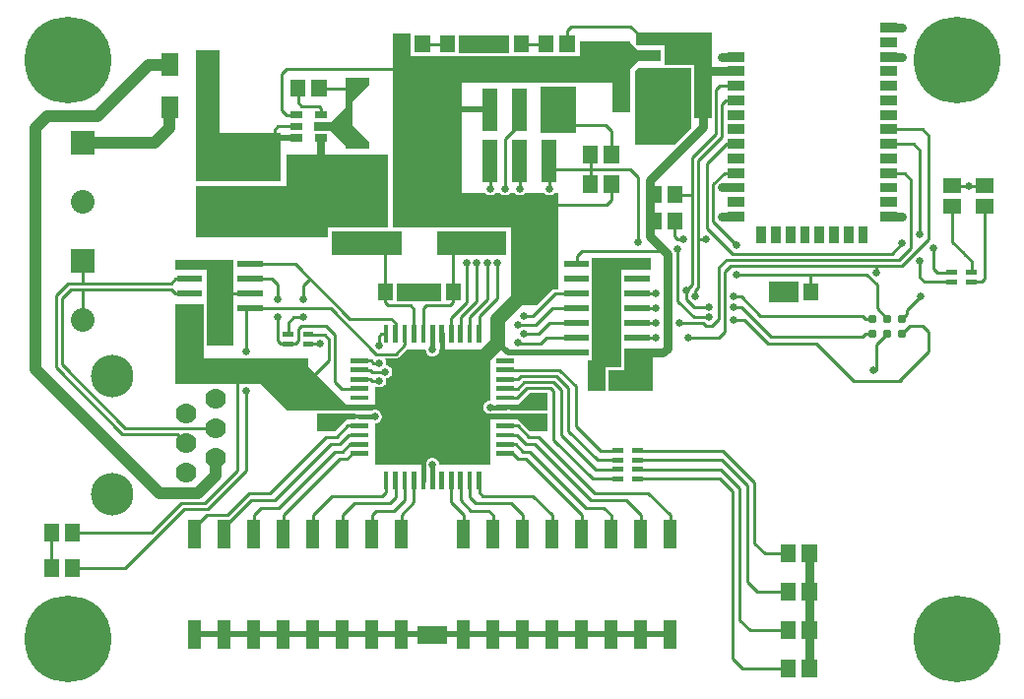
<source format=gbr>
G04 start of page 2 for group 0 idx 0 *
G04 Title: (unknown), top *
G04 Creator: pcb 20140316 *
G04 CreationDate: Sun 13 Sep 2020 06:15:44 PM GMT UTC *
G04 For: railfan *
G04 Format: Gerber/RS-274X *
G04 PCB-Dimensions (mil): 3350.00 2300.00 *
G04 PCB-Coordinate-Origin: lower left *
%MOIN*%
%FSLAX25Y25*%
%LNTOP*%
%ADD44C,0.0480*%
%ADD43C,0.1280*%
%ADD42C,0.1285*%
%ADD41C,0.0390*%
%ADD40C,0.0935*%
%ADD39C,0.0120*%
%ADD38C,0.0260*%
%ADD37R,0.0240X0.0240*%
%ADD36R,0.0550X0.0550*%
%ADD35C,0.0310*%
%ADD34R,0.0330X0.0330*%
%ADD33R,0.0230X0.0230*%
%ADD32R,0.0500X0.0500*%
%ADD31R,0.0945X0.0945*%
%ADD30R,0.0378X0.0378*%
%ADD29R,0.0787X0.0787*%
%ADD28R,0.0157X0.0157*%
%ADD27R,0.0440X0.0440*%
%ADD26R,0.0630X0.0630*%
%ADD25R,0.0167X0.0167*%
%ADD24R,0.0512X0.0512*%
%ADD23R,0.0200X0.0200*%
%ADD22C,0.0800*%
%ADD21C,0.0700*%
%ADD20C,0.1440*%
%ADD19C,0.2937*%
%ADD18C,0.0250*%
%ADD17C,0.0400*%
%ADD16C,0.0500*%
%ADD15C,0.0300*%
%ADD14C,0.0200*%
%ADD13C,0.0100*%
%ADD12C,0.0150*%
%ADD11C,0.0001*%
G54D11*G36*
X131621Y115000D02*X138193D01*
X138221Y114639D01*
X138306Y114287D01*
X138444Y113953D01*
X138634Y113644D01*
X138869Y113369D01*
X139144Y113134D01*
X139453Y112944D01*
X139787Y112806D01*
X140139Y112721D01*
X140500Y112693D01*
X140861Y112721D01*
X141213Y112806D01*
X141547Y112944D01*
X141856Y113134D01*
X142131Y113369D01*
X142366Y113644D01*
X142556Y113953D01*
X142694Y114287D01*
X142779Y114639D01*
X142800Y115000D01*
X160000D01*
Y97807D01*
X159639Y97779D01*
X159287Y97694D01*
X158953Y97556D01*
X158644Y97366D01*
X158369Y97131D01*
X158134Y96856D01*
X157944Y96547D01*
X157806Y96213D01*
X157721Y95861D01*
X157693Y95500D01*
X157721Y95139D01*
X157806Y94787D01*
X157944Y94453D01*
X158134Y94144D01*
X158369Y93869D01*
X158644Y93634D01*
X158953Y93444D01*
X159287Y93306D01*
X159639Y93221D01*
X160000Y93193D01*
Y76000D01*
X142800D01*
X142779Y76361D01*
X142694Y76713D01*
X142556Y77047D01*
X142366Y77356D01*
X142131Y77631D01*
X141856Y77866D01*
X141547Y78056D01*
X141213Y78194D01*
X140861Y78279D01*
X140500Y78307D01*
X140139Y78279D01*
X139787Y78194D01*
X139453Y78056D01*
X139144Y77866D01*
X138869Y77631D01*
X138634Y77356D01*
X138444Y77047D01*
X138306Y76713D01*
X138221Y76361D01*
X138193Y76000D01*
X121000D01*
Y90044D01*
X121361Y90072D01*
X121713Y90157D01*
X122047Y90296D01*
X122356Y90485D01*
X122631Y90720D01*
X122866Y90995D01*
X123056Y91304D01*
X123194Y91638D01*
X123279Y91990D01*
X123300Y92351D01*
X123279Y92712D01*
X123194Y93064D01*
X123056Y93399D01*
X122866Y93707D01*
X122631Y93983D01*
X122356Y94218D01*
X122047Y94407D01*
X121713Y94545D01*
X121361Y94630D01*
X121000Y94658D01*
Y102756D01*
X121144Y102634D01*
X121453Y102444D01*
X121787Y102306D01*
X122139Y102221D01*
X122500Y102193D01*
X122861Y102221D01*
X123213Y102306D01*
X123547Y102444D01*
X123856Y102634D01*
X124131Y102869D01*
X124366Y103144D01*
X124556Y103453D01*
X124694Y103787D01*
X124779Y104139D01*
X124800Y104500D01*
X124779Y104861D01*
X124695Y105208D01*
X124861Y105221D01*
X125213Y105306D01*
X125547Y105444D01*
X125856Y105634D01*
X126131Y105869D01*
X126366Y106144D01*
X126556Y106453D01*
X126694Y106787D01*
X126779Y107139D01*
X126800Y107500D01*
X126779Y107861D01*
X126694Y108213D01*
X126556Y108547D01*
X126366Y108856D01*
X126131Y109131D01*
X125856Y109366D01*
X125547Y109556D01*
X125213Y109694D01*
X124861Y109779D01*
X124695Y109792D01*
X124779Y110139D01*
X124800Y110500D01*
X124779Y110861D01*
X124694Y111213D01*
X124556Y111547D01*
X124366Y111856D01*
X124244Y112000D01*
X127941D01*
X128000Y111995D01*
X128235Y112014D01*
X128235Y112014D01*
X128465Y112069D01*
X128683Y112159D01*
X128884Y112283D01*
X129064Y112436D01*
X129102Y112481D01*
X131621Y115000D01*
G37*
G36*
X101500Y100500D02*X107500D01*
X111500Y96500D01*
X124500D01*
Y94500D01*
X121822D01*
X121713Y94545D01*
X121361Y94630D01*
X121000Y94658D01*
X120639Y94630D01*
X120287Y94545D01*
X120178Y94500D01*
X101500D01*
Y100500D01*
G37*
G36*
Y87500D02*Y93500D01*
X114495D01*
X114395Y93383D01*
X114251Y93148D01*
X114145Y92894D01*
X114081Y92626D01*
X114060Y92351D01*
X114081Y92077D01*
X114145Y91809D01*
X114251Y91554D01*
X114284Y91500D01*
X111500D01*
X107500Y87500D01*
X101500D01*
G37*
G36*
X179500D02*X173500D01*
X169500Y91500D01*
X156500D01*
Y93500D01*
X158862D01*
X158953Y93444D01*
X159287Y93306D01*
X159639Y93221D01*
X160000Y93193D01*
X160361Y93221D01*
X160713Y93306D01*
X161047Y93444D01*
X161138Y93500D01*
X179500D01*
Y87500D01*
G37*
G36*
Y100500D02*Y94500D01*
X166625D01*
X166749Y94703D01*
X166855Y94958D01*
X166919Y95225D01*
X166940Y95500D01*
X166919Y95775D01*
X166855Y96042D01*
X166749Y96297D01*
X166625Y96500D01*
X169500D01*
X173500Y100500D01*
X179500D01*
G37*
G36*
X135500Y21500D02*X145500D01*
Y15500D01*
X135500D01*
Y21500D01*
G37*
G36*
X128500Y137500D02*X143500D01*
Y131500D01*
X138559D01*
X138500Y131505D01*
X138441Y131500D01*
X133059D01*
X133000Y131505D01*
X132941Y131500D01*
X128500D01*
Y137500D01*
G37*
G36*
X194500Y146000D02*X204500D01*
Y109000D01*
X194500D01*
Y146000D01*
G37*
G36*
X199000Y101000D02*X193000D01*
Y111500D01*
X199000D01*
Y101000D01*
G37*
G36*
X194500Y146000D02*X214500D01*
Y142000D01*
X194500D01*
Y146000D01*
G37*
G36*
X205500Y115500D02*X215000D01*
Y101000D01*
X205500D01*
Y115500D01*
G37*
G36*
X215000Y101000D02*X200000D01*
Y108000D01*
X215000D01*
Y101000D01*
G37*
G36*
X166500Y215500D02*X149500D01*
Y221500D01*
X166500D01*
Y215500D01*
G37*
G36*
X127000Y222000D02*X133000D01*
Y207848D01*
X127000Y207841D01*
Y222000D01*
G37*
G36*
Y207841D02*Y214500D01*
X195000D01*
Y205500D01*
X135846D01*
X135841Y207007D01*
X135804Y207160D01*
X135744Y207305D01*
X135662Y207440D01*
X135559Y207559D01*
X135440Y207662D01*
X135305Y207744D01*
X135160Y207804D01*
X135007Y207841D01*
X134850Y207850D01*
X127000Y207841D01*
G37*
G36*
Y210000D02*X145500D01*
Y163000D01*
X127000D01*
Y210000D01*
G37*
G36*
Y171000D02*X146500D01*
Y156500D01*
X127000D01*
Y171000D01*
G37*
G36*
X63000Y116500D02*X53500D01*
Y130500D01*
X63000D01*
Y116500D01*
G37*
G36*
X53500Y124500D02*X63000D01*
Y103500D01*
X53500D01*
Y124500D01*
G37*
G36*
X64000Y116500D02*Y145500D01*
X73000D01*
Y116500D01*
X64000D01*
G37*
G36*
X60500Y216500D02*X68500D01*
Y174500D01*
X60500D01*
Y216500D01*
G37*
G36*
X73000Y145500D02*Y142000D01*
X53500D01*
Y145500D01*
X73000D01*
G37*
G36*
X60500Y172000D02*Y188500D01*
X89000D01*
Y172000D01*
X60500D01*
G37*
G36*
X125500Y162000D02*X91000D01*
Y181000D01*
X125500D01*
Y162000D01*
G37*
G36*
X100500Y192000D02*X106000D01*
X111500Y197500D01*
X113000D01*
Y183500D01*
X111500D01*
X106000Y189000D01*
X100500D01*
Y192000D01*
G37*
G36*
X60500Y153000D02*Y170500D01*
X125500D01*
Y156500D01*
X105000D01*
Y153000D01*
X60500D01*
G37*
G36*
X91500Y94500D02*Y100500D01*
X106000D01*
Y94500D01*
X91500D01*
G37*
G36*
X107500Y100500D02*Y98000D01*
X96000D01*
Y109500D01*
X98500D01*
X107500Y100500D01*
G37*
G36*
X93000Y94500D02*X91500D01*
X82500Y103500D01*
Y105500D01*
X93000D01*
Y94500D01*
G37*
G36*
X53500Y103500D02*Y112000D01*
X98500D01*
Y103500D01*
X53500D01*
G37*
G36*
X98500Y112000D02*Y94500D01*
X91500D01*
Y112000D01*
X98500D01*
G37*
G36*
X190500Y205500D02*Y219500D01*
X207500D01*
Y217384D01*
X202127Y217381D01*
X201974Y217344D01*
X201829Y217284D01*
X201694Y217202D01*
X201575Y217099D01*
X201472Y216980D01*
X201390Y216845D01*
X201330Y216700D01*
X201293Y216547D01*
X201284Y216390D01*
X201293Y212453D01*
X201330Y212300D01*
X201390Y212155D01*
X201472Y212020D01*
X201575Y211901D01*
X201694Y211798D01*
X201829Y211716D01*
X201974Y211656D01*
X202127Y211619D01*
X202284Y211610D01*
X207500Y211613D01*
Y205500D01*
X190500D01*
G37*
G36*
X207500Y195500D02*X201500D01*
Y208500D01*
X207500D01*
Y195500D01*
G37*
G36*
X177000Y204000D02*X189000D01*
Y188500D01*
X177000D01*
Y204000D01*
G37*
G36*
X142000Y174000D02*X150500D01*
Y156500D01*
X142000D01*
Y174000D01*
G37*
G36*
X136000Y207500D02*X150500D01*
Y171000D01*
X136000D01*
Y207500D01*
G37*
G36*
X142000Y156500D02*Y168000D01*
X158256D01*
X158369Y167869D01*
X158644Y167634D01*
X158953Y167444D01*
X159287Y167306D01*
X159639Y167221D01*
X160000Y167193D01*
X160361Y167221D01*
X160713Y167306D01*
X161047Y167444D01*
X161356Y167634D01*
X161631Y167869D01*
X161744Y168000D01*
X163256D01*
X163369Y167869D01*
X163644Y167634D01*
X163953Y167444D01*
X164287Y167306D01*
X164639Y167221D01*
X165000Y167193D01*
X165361Y167221D01*
X165713Y167306D01*
X166047Y167444D01*
X166356Y167634D01*
X166631Y167869D01*
X166744Y168000D01*
X168256D01*
X168369Y167869D01*
X168644Y167634D01*
X168953Y167444D01*
X169287Y167306D01*
X169639Y167221D01*
X170000Y167193D01*
X170361Y167221D01*
X170713Y167306D01*
X171047Y167444D01*
X171356Y167634D01*
X171631Y167869D01*
X171744Y168000D01*
X178256D01*
X178369Y167869D01*
X178644Y167634D01*
X178953Y167444D01*
X179287Y167306D01*
X179639Y167221D01*
X180000Y167193D01*
X180361Y167221D01*
X180713Y167306D01*
X181047Y167444D01*
X181356Y167634D01*
X181631Y167869D01*
X181744Y168000D01*
X183000D01*
Y156500D01*
X142000D01*
G37*
G36*
X183000Y168000D02*Y135500D01*
X182059D01*
X182000Y135505D01*
X181765Y135486D01*
X181535Y135431D01*
X181317Y135341D01*
X181116Y135217D01*
X181115Y135217D01*
X180936Y135064D01*
X180898Y135019D01*
X175879Y130000D01*
X167000D01*
Y168000D01*
X168256D01*
X168369Y167869D01*
X168644Y167634D01*
X168953Y167444D01*
X169287Y167306D01*
X169639Y167221D01*
X170000Y167193D01*
X170361Y167221D01*
X170713Y167306D01*
X171047Y167444D01*
X171356Y167634D01*
X171631Y167869D01*
X171744Y168000D01*
X178256D01*
X178369Y167869D01*
X178644Y167634D01*
X178953Y167444D01*
X179287Y167306D01*
X179639Y167221D01*
X180000Y167193D01*
X180361Y167221D01*
X180713Y167306D01*
X181047Y167444D01*
X181356Y167634D01*
X181631Y167869D01*
X181744Y168000D01*
X183000D01*
G37*
G36*
X209500Y222500D02*X235000D01*
Y218000D01*
X209500D01*
Y222500D01*
G37*
G36*
X219000D02*X235000D01*
Y211500D01*
X219000D01*
Y222500D01*
G37*
G36*
X229000D02*X235000D01*
Y203059D01*
X234995Y203000D01*
X235000Y202941D01*
Y193500D01*
X229000D01*
Y222500D01*
G37*
G36*
X228000Y210500D02*Y190036D01*
X222464Y184500D01*
X209000D01*
Y209500D01*
X210000Y210500D01*
X228000D01*
G37*
G36*
X254500Y138000D02*X264500D01*
Y131000D01*
X254500D01*
Y138000D01*
G37*
G54D12*X137350Y70815D02*Y81500D01*
X140500Y76000D02*Y70815D01*
G54D13*X146799D02*Y63200D01*
X153098Y70815D02*Y64901D01*
X154999Y63000D01*
X149948Y70815D02*Y64051D01*
X156247Y70815D02*Y66752D01*
X157499Y65500D01*
X146799Y63200D02*X150999Y59000D01*
X153499Y60500D02*X159499D01*
X149948Y64051D02*X153499Y60500D01*
X150999Y59000D02*Y52450D01*
X160999Y59000D02*Y52450D01*
X170999Y59000D02*Y52450D01*
X159499Y60500D02*X160999Y59000D01*
X154999Y63000D02*X166999D01*
X170999Y59000D01*
X157499Y65500D02*X174499D01*
X180999Y59000D01*
X172000Y78000D02*X191000Y59000D01*
X173500Y80500D02*X192500Y61500D01*
X175000Y83000D02*X194000Y64000D01*
X180999Y59000D02*Y52450D01*
X191000Y59000D02*Y52450D01*
G54D14*X143000Y18550D02*X221000D01*
G54D13*X176500Y85500D02*X195500Y66500D01*
X194724Y71276D02*X181500Y84500D01*
X195575Y74425D02*X184000Y86000D01*
X196425Y77575D02*X186500Y87500D01*
X197276Y80724D02*X189000Y89000D01*
X169300Y89200D02*X173000Y85500D01*
X176500D01*
X181500Y101000D02*Y84500D01*
X184000Y86000D02*Y101500D01*
X168949Y86051D02*X172000Y83000D01*
X168599Y82901D02*X171000Y80500D01*
X167748Y79752D02*X169500Y78000D01*
X172000D02*X169500D01*
X171000Y80500D02*X173500D01*
X172000Y83000D02*X175000D01*
G54D12*X160000Y95500D02*X165185D01*
G54D13*Y89200D02*X169300D01*
X165185Y86051D02*X168949D01*
X165185Y82901D02*X168599D01*
X165185Y79752D02*X167748D01*
X186500Y87500D02*Y102000D01*
X189000Y89000D02*Y102598D01*
X192500Y61500D02*X198500D01*
X201000Y59000D01*
Y52450D01*
X194000Y64000D02*X206000D01*
X211000Y59000D01*
Y52450D01*
X195500Y66500D02*X213500D01*
X203152Y71276D02*X194724D01*
X203152Y74425D02*X195575D01*
X203152Y77575D02*X196425D01*
X203152Y80724D02*X197276D01*
X213500Y66500D02*X221000Y59000D01*
Y52450D01*
X237724Y71276D02*X209848D01*
X238075Y74425D02*X209848D01*
X238425Y77575D02*X209848D01*
X238776Y80724D02*X209848D01*
X242000Y10500D02*Y67000D01*
X244500Y23500D02*Y68000D01*
X248000Y20000D02*X244500Y23500D01*
X247000Y36500D02*Y69000D01*
X249500Y49500D02*Y70000D01*
X250500Y33000D02*X247000Y36500D01*
X262457Y7000D02*X245500D01*
X242000Y10500D01*
X262457Y20000D02*X248000D01*
X262457Y33000D02*X250500D01*
X262457Y46000D02*X253000D01*
X249500Y49500D01*
G54D15*X268000Y7000D02*Y46000D01*
G54D13*X242000Y67000D02*X237724Y71276D01*
X244500Y68000D02*X238075Y74425D01*
X247000Y69000D02*X238425Y77575D01*
X249500Y70000D02*X238776Y80724D01*
X137043Y218500D02*X145457D01*
X170543D02*X178957D01*
X186043D02*Y223043D01*
X187500Y224500D01*
G54D15*X294799Y223988D02*X299500D01*
X294799Y214146D02*X299500D01*
G54D13*X187500Y224500D02*X207500D01*
X199000Y191000D02*X184500D01*
G54D14*X160000Y196500D02*X147500D01*
G54D13*X160000Y169500D02*Y178760D01*
X165000Y169500D02*Y186500D01*
X170000Y191500D01*
X199500Y164000D02*X179000D01*
X193957Y181000D02*Y171000D01*
X201043Y181000D02*Y188957D01*
X199000Y191000D01*
X201043Y171000D02*Y165543D01*
X199500Y164000D01*
X207500Y224500D02*X211000Y221000D01*
G54D15*X243201Y209224D02*X232000D01*
G54D13*X238500Y198000D02*X239882Y199382D01*
X243201D01*
Y204303D02*X237803D01*
X236500Y203000D01*
G54D15*X243201Y214146D02*X238500D01*
X232000Y190500D02*Y201500D01*
G54D13*X236500Y203000D02*Y188000D01*
X243201Y184618D02*X240118D01*
X238500Y198000D02*Y187000D01*
X240118Y184618D02*X233500Y178000D01*
G54D15*X232000Y190500D02*X214000Y172500D01*
G54D13*X238500Y187000D02*X230500Y179000D01*
X236500Y188000D02*X228500Y180000D01*
X222543Y167500D02*X228500D01*
X207543Y175957D02*X210000Y173500D01*
X170000Y169500D02*Y178760D01*
X180000Y169500D02*Y178760D01*
Y175957D02*X207543D01*
X124457Y131043D02*Y151000D01*
X125500Y130000D02*X124457Y131043D01*
X133000Y130000D02*X125500D01*
X134201Y128799D02*X133000Y130000D01*
X126500Y125500D02*X127902Y124098D01*
Y120185D01*
X137351Y128851D02*X138500Y130000D01*
X134201Y120185D02*Y128799D01*
X137351Y120185D02*Y128851D01*
X146800Y120185D02*Y125800D01*
X147543Y131043D02*Y151000D01*
X146500Y130000D02*X147543Y131043D01*
X138500Y130000D02*X146500D01*
X152000Y131000D02*Y144500D01*
X155500Y131500D02*Y144500D01*
X159000Y132000D02*Y144500D01*
X162500Y132500D02*Y144500D01*
X189250Y144000D02*Y146750D01*
X191000Y148500D01*
X146800Y125800D02*X152000Y131000D01*
X149949Y120185D02*Y125949D01*
X155500Y131500D01*
X153099Y120185D02*Y126099D01*
X159000Y132000D01*
X156248Y120185D02*Y126248D01*
X162500Y132500D01*
G54D16*X171000Y134000D02*X162500Y125500D01*
Y117500D01*
X156500Y111500D01*
G54D14*X166000Y114000D02*X162500Y117500D01*
G54D13*X165185Y98649D02*X169149D01*
X172500Y102000D01*
X165185Y101799D02*X169299D01*
X171500Y104000D01*
X165185Y104948D02*X169448D01*
X170500Y106000D01*
X165185Y108098D02*X183500D01*
X171500Y104000D02*X181500D01*
X170500Y106000D02*X182500D01*
X172500Y102000D02*X180500D01*
X181500Y101000D01*
X184000Y101500D02*X181500Y104000D01*
X186500Y102000D02*X182500Y106000D01*
X189000Y102598D02*X183500Y108098D01*
G54D14*X189250Y114000D02*X166000D01*
G54D13*X169000Y117000D02*X177000D01*
X179000Y119000D01*
X171500Y120500D02*X176500D01*
X179000Y119000D02*X189250D01*
X176500Y120500D02*X180000Y124000D01*
X189250D01*
X169500Y123500D02*X175500D01*
X171500Y126500D02*X174500D01*
X175500Y123500D02*X181000Y129000D01*
X189250D01*
X174500Y126500D02*X182000Y134000D01*
X189250D01*
G54D15*X218500Y114000D02*X209750D01*
G54D13*X191000Y148500D02*X220000D01*
X233000Y152500D02*X230500D01*
G54D15*X220000Y147500D02*X214000Y153500D01*
G54D13*X228500Y180000D02*Y137000D01*
X225500Y152500D02*X223500D01*
X230500Y179000D02*Y136000D01*
X216000Y134000D02*X209750D01*
X216000Y129000D02*X209750D01*
X216000Y124000D02*X209750D01*
X216000Y119000D02*X209750D01*
X227000D02*X237500D01*
X239500Y121000D01*
G54D15*X220000Y115500D02*X218500Y114000D01*
X220000Y115500D02*Y147500D01*
G54D13*X228500Y137000D02*X226500Y135000D01*
Y132000D02*X229000Y129500D01*
X239500Y121000D02*Y141500D01*
X241500Y143500D01*
X237500Y143000D02*Y125500D01*
X230500Y136000D02*X229500Y135000D01*
Y133000D01*
X229000Y129500D02*X234000D01*
X237500Y125500D02*X235000Y123000D01*
X233000D01*
X232000Y124000D01*
X224000D01*
X235500Y171000D02*Y158500D01*
X237500Y143000D02*X240000Y145500D01*
X233500Y156000D02*X242000Y147500D01*
X243500Y150500D02*X235500Y158500D01*
G54D15*X214000Y153500D02*Y172500D01*
G54D13*X210000Y173500D02*Y151500D01*
X223500Y152500D02*X222500Y153500D01*
Y158500D01*
X226500Y132000D02*Y135000D01*
X223500Y149000D02*Y131500D01*
X229000Y126000D01*
X234000D01*
X233500Y178000D02*Y156000D01*
G54D15*X243201Y169854D02*X238500D01*
X243201Y160012D02*X238500D01*
G54D13*X243201Y174776D02*X239276D01*
X235500Y171000D01*
X294799Y174776D02*X300224D01*
X302500Y172500D01*
X305500Y182500D02*Y154000D01*
X303382Y184618D02*X305500Y182500D01*
X308500Y152500D02*Y187500D01*
X294799Y189539D02*X306461D01*
X308500Y187500D01*
X294799Y184618D02*X303382D01*
X289500Y125500D02*X287000D01*
X286000Y126500D01*
X289500Y120500D02*X287000D01*
X286000Y119500D01*
X283000Y104500D02*X270500Y117000D01*
X290800Y108000D02*Y116800D01*
X286000Y119500D02*X255000D01*
X245000Y129500D01*
X270500Y117000D02*X254000D01*
X246000Y125000D01*
X298500Y145500D02*X240000D01*
X299500Y143500D02*X241500D01*
X287500Y140500D02*X243500D01*
X290800Y141000D02*Y143500D01*
X242000Y147500D02*X296000D01*
X294500Y125500D02*X291000Y129000D01*
Y137000D01*
X287500Y140500D01*
X286000Y126500D02*X251500D01*
X268543Y134500D02*Y140500D01*
X301100Y127100D02*Y128400D01*
X305700Y133000D01*
X305500Y145000D02*Y139500D01*
X307075Y137925D01*
X242500Y133000D02*X245000D01*
X251500Y126500D01*
X245000Y129500D02*X242500D01*
X246000Y125000D02*X242500D01*
X298500Y145500D02*X302500Y149500D01*
X299500Y143500D02*X308500Y152500D01*
X310000Y149500D02*Y142500D01*
G54D15*X294799Y160012D02*X299500D01*
G54D13*X302500Y172500D02*Y149500D01*
X296000Y147500D02*X299500Y151000D01*
X310000Y142500D02*X311425Y141075D01*
X316152D01*
X307075Y137925D02*X316152D01*
X302000Y123000D02*X306500D01*
X308500Y121000D01*
Y114500D01*
X298500Y104500D01*
X299500Y120500D02*X302000Y123000D01*
X299500Y125500D02*X301100Y127100D01*
X290800Y116800D02*X294500Y120500D01*
X299000Y104500D02*X283500D01*
X323000Y145000D02*Y141000D01*
X327500Y163457D02*Y139000D01*
X326425Y137925D01*
X322848D01*
X320425Y147575D02*X316500Y151500D01*
Y163457D01*
X327500Y170500D02*X316500D01*
X320500Y147500D02*X323000Y145000D01*
X134200Y70815D02*Y63200D01*
X130000Y59000D01*
X131051Y70815D02*Y64051D01*
X127901Y64901D02*X126000Y63000D01*
X127901Y70815D02*Y64901D01*
X131051Y64051D02*X127500Y60500D01*
X124752Y70815D02*Y66752D01*
X123500Y65500D01*
X130000Y59000D02*Y52450D01*
X127500Y60500D02*X121500D01*
X120000Y59000D01*
Y52450D01*
X114000Y63000D02*X110000Y59000D01*
Y52450D01*
X123500Y65500D02*X106500D01*
X126000Y63000D02*X114000D01*
X82500Y61500D02*X88500D01*
X82500D02*X80000Y59000D01*
X106500Y65500D02*X100000Y59000D01*
X109000Y78000D02*X90000Y59000D01*
X109000Y78000D02*X111500D01*
X107500Y80500D02*X88500Y61500D01*
X100000Y59000D02*Y52450D01*
X90000Y59000D02*Y52450D01*
X80000Y59000D02*Y52450D01*
X106000Y83000D02*X87000Y64000D01*
X104500Y85500D02*X85500Y66500D01*
X63500Y63000D02*X74500Y74000D01*
X64500Y61000D02*X77500Y74000D01*
G54D14*X60000Y18550D02*X138000D01*
G54D13*X87000Y64000D02*X79000D01*
X70000Y55000D01*
X64000Y59000D02*X71000D01*
X78500Y66500D01*
X85500D01*
X60000Y55000D02*X64000Y59000D01*
X45500Y53000D02*X55500Y63000D01*
X63500D01*
X36500Y41000D02*X56500Y61000D01*
X64500D01*
G54D17*X67000Y78500D02*Y72500D01*
X61000Y66500D01*
X48000D01*
X6000Y108500D01*
G54D13*X36500Y88500D02*X15000Y110000D01*
X13000Y109000D02*X35500Y86500D01*
X67000Y88500D02*X36500D01*
X35500Y86500D02*X54000D01*
X57000Y83500D01*
X11457Y53000D02*Y41000D01*
X36500D02*X18543D01*
X45500Y53000D02*X18543D01*
G54D17*X6000Y108500D02*Y185000D01*
G54D13*X58250Y139000D02*X53500D01*
X52000Y137500D01*
X58250Y134000D02*X53500D01*
X52000Y135500D01*
X18000D01*
X52000Y137500D02*X17000D01*
X22000D02*Y145000D01*
Y135500D02*Y125000D01*
X18000Y135500D02*X15000Y132500D01*
X17000Y137500D02*X13000Y133500D01*
X15000Y132500D02*Y110000D01*
X13000Y133500D02*Y109000D01*
X78750Y134000D02*X68500D01*
G54D17*X6000Y185000D02*Y190000D01*
X10000Y194000D01*
X27000D01*
X22000Y185000D02*X46500D01*
X51500Y190000D01*
Y197000D01*
X27000Y194000D02*X44500Y211500D01*
X51500D01*
G54D12*X143650Y120185D02*Y109500D01*
X140500Y120185D02*Y115000D01*
X115815Y92351D02*X121000D01*
G54D13*X111700Y89200D02*X115815D01*
X111700D02*X108000Y85500D01*
X112051Y86051D02*X115815D01*
X112051D02*X109000Y83000D01*
X112401Y82901D02*X115815D01*
X112401D02*X110000Y80500D01*
X107500D02*X110000D01*
X106000Y83000D02*X109000D01*
X104500Y85500D02*X108000D01*
X115815Y101800D02*X109700D01*
X113252Y79752D02*X111500Y78000D01*
X121500Y113500D02*X106000Y129000D01*
X109700Y101800D02*X107500Y104000D01*
X94000Y144000D02*X112500Y125500D01*
X107500Y104000D02*Y120000D01*
X105500Y118500D02*Y111500D01*
X98500Y104500D01*
X107500Y120000D02*X104500Y123000D01*
X96000D01*
X95000Y122000D01*
Y118000D01*
X98348Y116925D02*X102500D01*
X98348Y120075D02*X103925D01*
X105500Y118500D01*
X113252Y79752D02*X115815D01*
Y111248D02*X119752D01*
X115815Y108099D02*X119401D01*
X120000Y107500D01*
X119752Y111248D02*X120500Y110500D01*
X112500Y125500D02*X126500D01*
X123185Y120185D02*X124752D01*
X120500Y110500D02*X122500D01*
X120000Y107500D02*X124500D01*
X115815Y104949D02*X119551D01*
X120000Y104500D01*
X122500D01*
X131052Y120185D02*Y116552D01*
X128000Y113500D01*
X121500D01*
X122500Y116500D02*Y119500D01*
X123185Y120185D01*
X94000Y144000D02*X78750D01*
Y139000D02*X86000D01*
X88000Y137000D01*
Y132000D01*
X96575D02*Y136575D01*
X99000Y139000D01*
X74500Y74000D02*Y107500D01*
X77500Y74000D02*Y101000D01*
X106000Y129000D02*X78750D01*
X96575Y126000D02*X93500D01*
X91652Y124152D01*
Y120075D01*
X77500Y114500D02*Y129000D01*
X88000Y126000D02*Y118000D01*
X89075Y116925D01*
X95000Y118000D02*X93925Y116925D01*
X89075D02*X93925D01*
G54D18*X102700Y186200D02*Y165000D01*
G54D13*X94957Y203000D02*Y198543D01*
X96000Y197500D01*
X102000D01*
X102700Y196800D01*
Y194500D01*
X94500D02*X91000D01*
X94500Y190600D02*X88100D01*
X87000Y189500D01*
Y186700D01*
X91000Y210000D02*X132000D01*
G54D14*X94500Y186700D02*X84000D01*
G54D13*X102043Y203500D02*X113450D01*
X91000Y194500D02*X89500Y196000D01*
Y208500D01*
X91000Y210000D01*
G54D19*X318000Y213000D03*
Y17000D03*
G54D20*X32000Y106000D03*
G54D21*X67000Y98500D03*
X57000Y93500D03*
X67000Y88500D03*
X57000Y83500D03*
X67000Y78500D03*
X57000Y73500D03*
G54D20*X32000Y66000D03*
G54D19*X17000Y17000D03*
Y213000D03*
G54D11*G36*
X18000Y149000D02*Y141000D01*
X26000D01*
Y149000D01*
X18000D01*
G37*
G54D22*X22000Y125000D03*
G54D11*G36*
X18000Y189000D02*Y181000D01*
X26000D01*
Y189000D01*
X18000D01*
G37*
G54D22*X22000Y165000D03*
G54D23*X55000Y144000D02*X61500D01*
X55000Y139000D02*X61500D01*
X55000Y134000D02*X61500D01*
X75500Y129000D02*X82000D01*
X75500Y134000D02*X82000D01*
X75500Y139000D02*X82000D01*
X75500Y144000D02*X82000D01*
X55000Y129000D02*X61500D01*
G54D24*X59957Y120393D02*Y119607D01*
X67043Y120393D02*Y119607D01*
G54D25*X90717Y120075D02*X92587D01*
X90717Y116925D02*X92587D01*
X97413D02*X99283D01*
X97413Y120075D02*X99283D01*
G54D26*X64500Y163307D02*Y157008D01*
G54D27*X60000Y21150D02*Y15950D01*
X70000Y21150D02*Y15950D01*
X80000Y21150D02*Y15950D01*
X90000Y21150D02*Y15950D01*
X100000Y21150D02*Y15950D01*
X110000Y21150D02*Y15950D01*
X120000Y21150D02*Y15950D01*
X130000Y21150D02*Y15950D01*
X60000Y55050D02*Y49850D01*
X70000Y55050D02*Y49850D01*
X80000Y55050D02*Y49850D01*
X90000Y55050D02*Y49850D01*
X100000Y55050D02*Y49850D01*
X110000Y55050D02*Y49850D01*
X120000Y55050D02*Y49850D01*
X130000Y55050D02*Y49850D01*
G54D24*X11457Y53393D02*Y52607D01*
X18543Y53393D02*Y52607D01*
Y41393D02*Y40607D01*
X11457Y41393D02*Y40607D01*
G54D28*X156248Y122398D02*Y117972D01*
X153099Y122398D02*Y117972D01*
X149949Y122398D02*Y117972D01*
X146800Y122398D02*Y117972D01*
X143650Y122398D02*Y117972D01*
X140500Y122398D02*Y117972D01*
X137351Y122398D02*Y117972D01*
X134201Y122398D02*Y117972D01*
G54D29*X145843Y151000D02*X161591D01*
G54D24*X147543Y134893D02*Y134107D01*
X140457Y134893D02*Y134107D01*
G54D28*X131052Y122398D02*Y117972D01*
G54D24*X131543Y134893D02*Y134107D01*
G54D28*X127902Y122398D02*Y117972D01*
X124752Y122398D02*Y117972D01*
X113602Y111248D02*X118028D01*
G54D29*X110409Y151000D02*X126157D01*
G54D24*X124457Y134893D02*Y134107D01*
G54D28*X113602Y108099D02*X118028D01*
X113602Y104949D02*X118028D01*
X113602Y101800D02*X118028D01*
X113602Y98650D02*X118028D01*
X113602Y95500D02*X118028D01*
G54D24*X104107Y97543D02*X104893D01*
X104107Y90457D02*X104893D01*
G54D28*X113602Y92351D02*X118028D01*
X113602Y89201D02*X118028D01*
X113602Y86052D02*X118028D01*
X113602Y82902D02*X118028D01*
X113602Y79752D02*X118028D01*
X124752Y73028D02*Y68602D01*
X127901Y73028D02*Y68602D01*
X131051Y73028D02*Y68602D01*
X134200Y73028D02*Y68602D01*
X137350Y73028D02*Y68602D01*
X140500Y73028D02*Y68602D01*
X143649Y73028D02*Y68602D01*
X146799Y73028D02*Y68602D01*
X149948Y73028D02*Y68602D01*
X153098Y73028D02*Y68602D01*
X156248Y73028D02*Y68602D01*
G54D24*X204457Y199393D02*Y198607D01*
X211543Y199393D02*Y198607D01*
X178957Y218893D02*Y218107D01*
X186043Y218893D02*Y218107D01*
X163457Y218893D02*Y218107D01*
X170543Y218893D02*Y218107D01*
G54D30*X211890Y208594D02*X215984D01*
X204174Y214500D02*X215984D01*
G54D31*X200550D02*X202440D01*
G54D11*G36*
X205745Y211195D02*X208585Y214035D01*
X210005Y212615D01*
X207165Y209775D01*
X205745Y211195D01*
G37*
G36*
X207165Y219225D02*X210005Y216385D01*
X208585Y214965D01*
X205745Y217805D01*
X207165Y219225D01*
G37*
G54D30*X211890Y220406D02*X215984D01*
G54D24*X137043Y218893D02*Y218107D01*
X129957Y218893D02*Y218107D01*
X152543Y218893D02*Y218107D01*
X145457Y218893D02*Y218107D01*
G54D32*X160000Y183504D02*Y174016D01*
Y200984D02*Y191496D01*
X170000Y183504D02*Y174016D01*
Y200984D02*Y191496D01*
X180000Y183504D02*Y174016D01*
Y200984D02*Y191496D01*
G54D24*X193957Y181393D02*Y180607D01*
X201043Y181393D02*Y180607D01*
X193957Y171393D02*Y170607D01*
X201043Y171393D02*Y170607D01*
G54D33*X133700Y205700D02*Y184300D01*
X128100Y205700D02*X133700D01*
G54D11*G36*
X126956Y185450D02*X132550Y191044D01*
X134671Y188923D01*
X129077Y183329D01*
X126956Y185450D01*
G37*
G36*
X129077Y206671D02*X134671Y201077D01*
X132550Y198956D01*
X126956Y204550D01*
X129077Y206671D01*
G37*
G36*
X130550Y187450D02*Y183450D01*
X134550D01*
Y187450D01*
X130550D01*
G37*
G36*
Y206550D02*Y202550D01*
X134550D01*
Y206550D01*
X130550D01*
G37*
G54D33*X128100Y184300D02*X133700D01*
G54D24*X129543Y175893D02*Y175107D01*
Y166893D02*Y166107D01*
G54D34*X242000Y214146D02*X244402D01*
X242000Y209224D02*X244402D01*
X242000Y204303D02*X244402D01*
X242000Y199382D02*X244402D01*
X242000Y194461D02*X244402D01*
X242000Y189539D02*X244402D01*
X242000Y184618D02*X244402D01*
G54D24*X232043Y207393D02*Y206607D01*
X224957Y207393D02*Y206607D01*
X232043Y197393D02*Y196607D01*
X224957Y197393D02*Y196607D01*
G54D34*X242000Y179697D02*X244402D01*
X242000Y174776D02*X244402D01*
X242000Y169854D02*X244402D01*
G54D24*X222543Y167893D02*Y167107D01*
X215457Y167893D02*Y167107D01*
G54D34*X242000Y164933D02*X244402D01*
X242000Y160012D02*X244402D01*
G54D25*X202217Y80724D02*X204087D01*
X202217Y77575D02*X204087D01*
G54D27*X201000Y55050D02*Y49850D01*
G54D25*X202217Y74425D02*X204087D01*
X202217Y71276D02*X204087D01*
X208913D02*X210783D01*
X208913Y74425D02*X210783D01*
X208913Y77575D02*X210783D01*
X208913Y80724D02*X210783D01*
G54D27*X211000Y55050D02*Y49850D01*
X221000Y55050D02*Y49850D01*
X151000Y21150D02*Y15950D01*
Y55050D02*Y49850D01*
X161000Y21150D02*Y15950D01*
Y55050D02*Y49850D01*
X171000Y55050D02*Y49850D01*
X181000Y55050D02*Y49850D01*
X191000Y55050D02*Y49850D01*
X171000Y21150D02*Y15950D01*
X181000Y21150D02*Y15950D01*
X191000Y21150D02*Y15950D01*
X201000Y21150D02*Y15950D01*
X211000Y21150D02*Y15950D01*
X221000Y21150D02*Y15950D01*
G54D24*X268043Y7393D02*Y6607D01*
X260957Y7393D02*Y6607D01*
X268043Y20393D02*Y19607D01*
X260957Y20393D02*Y19607D01*
X268043Y33393D02*Y32607D01*
X260957Y33393D02*Y32607D01*
X268043Y46393D02*Y45607D01*
X260957Y46393D02*Y45607D01*
G54D28*X162972Y79752D02*X167398D01*
X162972Y82901D02*X167398D01*
X162972Y86051D02*X167398D01*
X162972Y89200D02*X167398D01*
X162972Y92350D02*X167398D01*
X162972Y95500D02*X167398D01*
X162972Y98649D02*X167398D01*
X162972Y101799D02*X167398D01*
X162972Y104948D02*X167398D01*
X162972Y108098D02*X167398D01*
X162972Y111248D02*X167398D01*
G54D24*X176107Y90457D02*X176893D01*
X176107Y97543D02*X176893D01*
G54D23*X206500Y114000D02*X213000D01*
G54D24*X203043Y104893D02*Y104107D01*
X195957Y104893D02*Y104107D01*
G54D23*X206500Y119000D02*X213000D01*
X206500Y124000D02*X213000D01*
X206500Y129000D02*X213000D01*
X206500Y134000D02*X213000D01*
X206500Y139000D02*X213000D01*
X206500Y144000D02*X213000D01*
X186000D02*X192500D01*
X186000Y139000D02*X192500D01*
X186000Y134000D02*X192500D01*
X186000Y129000D02*X192500D01*
X186000Y124000D02*X192500D01*
X186000Y119000D02*X192500D01*
X186000Y114000D02*X192500D01*
G54D34*X251776Y155150D02*Y152752D01*
X256697Y155150D02*Y152752D01*
X261618Y155150D02*Y152752D01*
X266539Y155150D02*Y152752D01*
X271461Y155150D02*Y152752D01*
X276382Y155150D02*Y152752D01*
G54D24*X222543Y158893D02*Y158107D01*
X215457Y158893D02*Y158107D01*
G54D34*X281303Y155150D02*Y152752D01*
X286224Y155150D02*Y152752D01*
X293598Y160012D02*X296000D01*
X293598Y164933D02*X296000D01*
G54D35*X289500Y120500D03*
Y125500D03*
X294500Y120500D03*
Y125500D03*
X299500Y120500D03*
Y125500D03*
G54D24*X261457Y134893D02*Y134107D01*
X268543Y134893D02*Y134107D01*
G54D34*X293598Y169854D02*X296000D01*
X293598Y174776D02*X296000D01*
X293598Y179697D02*X296000D01*
X293598Y184618D02*X296000D01*
X293598Y189539D02*X296000D01*
X293598Y194461D02*X296000D01*
X293598Y199382D02*X296000D01*
X293598Y204303D02*X296000D01*
X293598Y209224D02*X296000D01*
X293598Y214146D02*X296000D01*
X293598Y219067D02*X296000D01*
X293598Y223988D02*X296000D01*
G54D25*X321913Y137925D02*X323783D01*
X321913Y141075D02*X323783D01*
X315217D02*X317087D01*
X315217Y137925D02*X317087D01*
G54D24*X316107Y170543D02*X316893D01*
X316107Y163457D02*X316893D01*
X327107Y170543D02*X327893D01*
X327107Y163457D02*X327893D01*
G54D36*X51500Y212500D02*Y210500D01*
X64500Y212500D02*Y210500D01*
X51500Y198000D02*Y196000D01*
X64500Y198000D02*Y196000D01*
G54D26*Y182992D02*Y176693D01*
G54D24*X84607Y174543D02*X85393D01*
X84607Y167457D02*X85393D01*
G54D33*X112300Y205700D02*Y184300D01*
X117900D01*
X112300Y205700D02*X117900D01*
G54D11*G36*
X111450Y187450D02*Y183450D01*
X115450D01*
Y187450D01*
X111450D01*
G37*
G36*
Y206550D02*Y202550D01*
X115450D01*
Y206550D01*
X111450D01*
G37*
G36*
X113450Y191044D02*X119044Y185450D01*
X116923Y183329D01*
X111329Y188923D01*
X113450Y191044D01*
G37*
G36*
X111329Y201077D02*X116923Y206671D01*
X119044Y204550D01*
X113450Y198956D01*
X111329Y201077D01*
G37*
G54D24*X122457Y175893D02*Y175107D01*
Y166893D02*Y166107D01*
G54D37*X93700Y194500D02*X95300D01*
X93700Y190600D02*X95300D01*
X93700Y186700D02*X95300D01*
X101900D02*X103500D01*
X101900Y190600D02*X103500D01*
X101900Y194500D02*X103500D01*
G54D24*X94957Y203893D02*Y203107D01*
X102043Y203893D02*Y203107D01*
G54D38*X216000Y134000D03*
Y129000D03*
Y124000D03*
Y119000D03*
X210000Y151500D03*
X199500Y129000D03*
X202000Y131000D03*
Y127000D03*
X197000D03*
Y131000D03*
X227000Y119000D03*
X224000Y124000D03*
X234000Y129500D03*
X226500Y135000D03*
X229500Y133000D03*
X234000Y126000D03*
X242500Y133000D03*
X243500Y140500D03*
Y150500D03*
X242500Y129500D03*
Y125000D03*
X223500Y149000D03*
X225500Y152500D03*
X233000D03*
X289800Y108000D03*
X140500Y76000D03*
X138000Y18500D03*
X143000D03*
X268000Y13500D03*
Y26500D03*
Y39500D03*
X158000Y220000D03*
Y217000D03*
X160000Y169500D03*
X165000D03*
X170000D03*
X180000D03*
X187000Y201500D03*
Y198000D03*
Y194500D03*
Y191000D03*
X220000Y204000D03*
X216500D03*
Y200500D03*
X220000D03*
X238500Y214146D03*
X216500Y197000D03*
X220000D03*
Y193500D03*
X216500D03*
Y190000D03*
X220000D03*
Y186500D03*
X216500D03*
X213000Y193500D03*
Y190000D03*
Y186500D03*
X299500Y223988D03*
Y214146D03*
Y160012D03*
X305500Y154000D03*
Y145000D03*
X305700Y133000D03*
X322000Y170500D03*
X299500Y151000D03*
X290800Y141000D03*
X310000Y149500D03*
X238500Y169854D03*
Y160012D03*
X256500Y136000D03*
Y133000D03*
X73000Y162500D03*
Y159000D03*
Y155500D03*
X79500Y162500D03*
X86000D03*
X92500D03*
X136000Y133000D03*
Y136000D03*
X121000Y92351D03*
X122500Y110500D03*
X124500Y107500D03*
X122500Y104500D03*
Y116500D03*
X140500Y115000D03*
X160000Y95500D03*
X169500Y117500D03*
Y123500D03*
X171500Y120500D03*
Y126500D03*
X152000Y144500D03*
X155500D03*
X159000D03*
X162500D03*
X68500Y136500D03*
X71000Y138500D03*
X66000D03*
X71000Y134500D03*
X66000D03*
X77500Y114500D03*
Y101000D03*
X88000Y126000D03*
Y132000D03*
X96575D03*
Y126000D03*
X102500Y116925D03*
X79500Y159000D03*
X86000D03*
X92500D03*
X99000D03*
X79500Y155500D03*
X86000D03*
X92500D03*
X99000D03*
Y162500D03*
X110000Y162000D03*
X113500D03*
X117000D03*
X110000Y171000D03*
X113500D03*
X117000D03*
X99000Y176500D03*
X102500D03*
X106000D03*
G54D39*G54D40*G54D41*G54D40*G54D41*G54D42*G54D43*G54D15*G54D43*G54D42*G54D44*M02*

</source>
